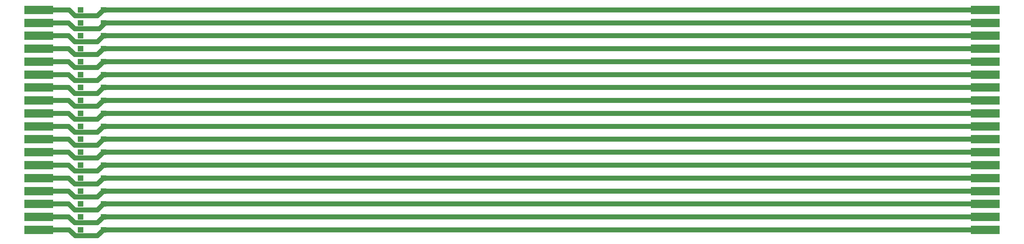
<source format=gbr>
%TF.GenerationSoftware,KiCad,Pcbnew,8.0.2*%
%TF.CreationDate,2024-05-25T20:43:41+02:00*%
%TF.ProjectId,Extender_36pin,45787465-6e64-4657-925f-333670696e2e,rev?*%
%TF.SameCoordinates,Original*%
%TF.FileFunction,Copper,L1,Top*%
%TF.FilePolarity,Positive*%
%FSLAX46Y46*%
G04 Gerber Fmt 4.6, Leading zero omitted, Abs format (unit mm)*
G04 Created by KiCad (PCBNEW 8.0.2) date 2024-05-25 20:43:41*
%MOMM*%
%LPD*%
G01*
G04 APERTURE LIST*
%TA.AperFunction,ComponentPad*%
%ADD10R,1.700000X1.700000*%
%TD*%
%TA.AperFunction,SMDPad,CuDef*%
%ADD11R,8.800000X2.600000*%
%TD*%
%TA.AperFunction,Conductor*%
%ADD12C,1.500000*%
%TD*%
G04 APERTURE END LIST*
D10*
%TO.P,J9,1,Pin_1*%
%TO.N,/H*%
X78000000Y-143240000D03*
%TD*%
%TO.P,J8,1,Pin_1*%
%TO.N,/F*%
X78000000Y-147200000D03*
%TD*%
%TO.P,J23,1,Pin_1*%
%TO.N,/3*%
X85000000Y-159080000D03*
%TD*%
%TO.P,J25,1,Pin_1*%
%TO.N,/5*%
X85000000Y-151160000D03*
%TD*%
%TO.P,J7,1,Pin_1*%
%TO.N,/E*%
X78000000Y-151160000D03*
%TD*%
%TO.P,J30,1,Pin_1*%
%TO.N,/10*%
X85000000Y-131360000D03*
%TD*%
%TO.P,J31,1,Pin_1*%
%TO.N,/11*%
X85000000Y-127400000D03*
%TD*%
%TO.P,J29,1,Pin_1*%
%TO.N,/9*%
X85000000Y-135320000D03*
%TD*%
%TO.P,J26,1,Pin_1*%
%TO.N,/6*%
X85000000Y-147200000D03*
%TD*%
D11*
%TO.P,J1,1,Pin_1*%
%TO.N,/1*%
X65220000Y-167000000D03*
%TO.P,J1,2,Pin_2*%
%TO.N,/2*%
X65220000Y-163040000D03*
%TO.P,J1,3,Pin_3*%
%TO.N,/3*%
X65220000Y-159080000D03*
%TO.P,J1,4,Pin_4*%
%TO.N,/4*%
X65220000Y-155120000D03*
%TO.P,J1,5,Pin_5*%
%TO.N,/5*%
X65220000Y-151160000D03*
%TO.P,J1,6,Pin_6*%
%TO.N,/6*%
X65220000Y-147200000D03*
%TO.P,J1,7,Pin_7*%
%TO.N,/7*%
X65220000Y-143240000D03*
%TO.P,J1,8,Pin_8*%
%TO.N,/8*%
X65220000Y-139280000D03*
%TO.P,J1,9,Pin_9*%
%TO.N,/9*%
X65220000Y-135320000D03*
%TO.P,J1,10,Pin_10*%
%TO.N,/10*%
X65220000Y-131360000D03*
%TO.P,J1,11,Pin_11*%
%TO.N,/11*%
X65220000Y-127400000D03*
%TO.P,J1,12,Pin_12*%
%TO.N,/12*%
X65220000Y-123440000D03*
%TO.P,J1,13,Pin_13*%
%TO.N,/13*%
X65220000Y-119480000D03*
%TO.P,J1,14,Pin_14*%
%TO.N,/14*%
X65220000Y-115520000D03*
%TO.P,J1,15,Pin_15*%
%TO.N,/15*%
X65220000Y-111560000D03*
%TO.P,J1,16,Pin_16*%
%TO.N,/16*%
X65220000Y-107600000D03*
%TO.P,J1,17,Pin_17*%
%TO.N,/17*%
X65220000Y-103640000D03*
%TO.P,J1,18,Pin_18*%
%TO.N,/18*%
X65220000Y-99680000D03*
%TD*%
D10*
%TO.P,J3,1,Pin_1*%
%TO.N,/A*%
X78000000Y-167000000D03*
%TD*%
%TO.P,J35,1,Pin_1*%
%TO.N,/15*%
X85000000Y-111560000D03*
%TD*%
%TO.P,J12,1,Pin_1*%
%TO.N,/L*%
X78000000Y-131360000D03*
%TD*%
%TO.P,J14,1,Pin_1*%
%TO.N,/N*%
X78000000Y-123440000D03*
%TD*%
%TO.P,J27,1,Pin_1*%
%TO.N,/7*%
X85000000Y-143240000D03*
%TD*%
%TO.P,J16,1,Pin_1*%
%TO.N,/R*%
X78000000Y-115520000D03*
%TD*%
D11*
%TO.P,J2,1,Pin_1*%
%TO.N,/1*%
X354720000Y-167000000D03*
%TO.P,J2,2,Pin_2*%
%TO.N,/2*%
X354720000Y-163040000D03*
%TO.P,J2,3,Pin_3*%
%TO.N,/3*%
X354720000Y-159080000D03*
%TO.P,J2,4,Pin_4*%
%TO.N,/4*%
X354720000Y-155120000D03*
%TO.P,J2,5,Pin_5*%
%TO.N,/5*%
X354720000Y-151160000D03*
%TO.P,J2,6,Pin_6*%
%TO.N,/6*%
X354720000Y-147200000D03*
%TO.P,J2,7,Pin_7*%
%TO.N,/7*%
X354720000Y-143240000D03*
%TO.P,J2,8,Pin_8*%
%TO.N,/8*%
X354720000Y-139280000D03*
%TO.P,J2,9,Pin_9*%
%TO.N,/9*%
X354720000Y-135320000D03*
%TO.P,J2,10,Pin_10*%
%TO.N,/10*%
X354720000Y-131360000D03*
%TO.P,J2,11,Pin_11*%
%TO.N,/11*%
X354720000Y-127400000D03*
%TO.P,J2,12,Pin_12*%
%TO.N,/12*%
X354720000Y-123440000D03*
%TO.P,J2,13,Pin_13*%
%TO.N,/13*%
X354720000Y-119480000D03*
%TO.P,J2,14,Pin_14*%
%TO.N,/14*%
X354720000Y-115520000D03*
%TO.P,J2,15,Pin_15*%
%TO.N,/15*%
X354720000Y-111560000D03*
%TO.P,J2,16,Pin_16*%
%TO.N,/16*%
X354720000Y-107600000D03*
%TO.P,J2,17,Pin_17*%
%TO.N,/17*%
X354720000Y-103640000D03*
%TO.P,J2,18,Pin_18*%
%TO.N,/18*%
X354720000Y-99680000D03*
%TD*%
D10*
%TO.P,J38,1,Pin_1*%
%TO.N,/18*%
X85000000Y-99680000D03*
%TD*%
%TO.P,J20,1,Pin_1*%
%TO.N,/V*%
X78000000Y-99680000D03*
%TD*%
%TO.P,J17,1,Pin_1*%
%TO.N,/S*%
X78000000Y-111560000D03*
%TD*%
%TO.P,J28,1,Pin_1*%
%TO.N,/8*%
X85000000Y-139280000D03*
%TD*%
%TO.P,J32,1,Pin_1*%
%TO.N,/12*%
X85000000Y-123440000D03*
%TD*%
%TO.P,J15,1,Pin_1*%
%TO.N,/P*%
X78000000Y-119480000D03*
%TD*%
%TO.P,J37,1,Pin_1*%
%TO.N,/17*%
X85000000Y-103640000D03*
%TD*%
%TO.P,J4,1,Pin_1*%
%TO.N,/B*%
X78000000Y-163040000D03*
%TD*%
%TO.P,J13,1,Pin_1*%
%TO.N,/M*%
X78000000Y-127400000D03*
%TD*%
%TO.P,J10,1,Pin_1*%
%TO.N,/J*%
X78000000Y-139280000D03*
%TD*%
%TO.P,J36,1,Pin_1*%
%TO.N,/16*%
X85000000Y-107600000D03*
%TD*%
%TO.P,J18,1,Pin_1*%
%TO.N,/T*%
X78000000Y-107600000D03*
%TD*%
%TO.P,J5,1,Pin_1*%
%TO.N,/C*%
X78000000Y-159080000D03*
%TD*%
%TO.P,J22,1,Pin_1*%
%TO.N,/2*%
X85000000Y-163040000D03*
%TD*%
%TO.P,J34,1,Pin_1*%
%TO.N,/14*%
X85000000Y-115520000D03*
%TD*%
%TO.P,J21,1,Pin_1*%
%TO.N,/1*%
X85000000Y-167000000D03*
%TD*%
%TO.P,J24,1,Pin_1*%
%TO.N,/4*%
X85000000Y-155120000D03*
%TD*%
%TO.P,J33,1,Pin_1*%
%TO.N,/13*%
X85000000Y-119480000D03*
%TD*%
%TO.P,J19,1,Pin_1*%
%TO.N,/U*%
X78000000Y-103640000D03*
%TD*%
%TO.P,J11,1,Pin_1*%
%TO.N,/K*%
X78000000Y-135320000D03*
%TD*%
%TO.P,J6,1,Pin_1*%
%TO.N,/D*%
X78000000Y-155120000D03*
%TD*%
D12*
%TO.N,/1*%
X65220000Y-167000000D02*
X74550000Y-167000000D01*
X74550000Y-167000000D02*
X76350000Y-168800000D01*
X76350000Y-168800000D02*
X83200000Y-168800000D01*
X83200000Y-168800000D02*
X85000000Y-167000000D01*
X354720000Y-167000000D02*
X85000000Y-167000000D01*
%TO.N,/17*%
X85000000Y-103640000D02*
X354720000Y-103640000D01*
%TO.N,/16*%
X354720000Y-107600000D02*
X85000000Y-107600000D01*
%TO.N,/15*%
X85000000Y-111560000D02*
X354720000Y-111560000D01*
%TO.N,/14*%
X354720000Y-115520000D02*
X85000000Y-115520000D01*
%TO.N,/13*%
X85000000Y-119480000D02*
X354720000Y-119480000D01*
%TO.N,/12*%
X354720000Y-123440000D02*
X85000000Y-123440000D01*
%TO.N,/11*%
X85000000Y-127400000D02*
X354720000Y-127400000D01*
%TO.N,/10*%
X354720000Y-131360000D02*
X85000000Y-131360000D01*
X85000000Y-131360000D02*
X83200000Y-133160000D01*
X83200000Y-133160000D02*
X76200000Y-133160000D01*
X74400000Y-131360000D02*
X65220000Y-131360000D01*
X76200000Y-133160000D02*
X74400000Y-131360000D01*
%TO.N,/9*%
X85000000Y-135320000D02*
X354720000Y-135320000D01*
%TO.N,/8*%
X354720000Y-139280000D02*
X85000000Y-139280000D01*
%TO.N,/7*%
X85000000Y-143240000D02*
X354720000Y-143240000D01*
%TO.N,/6*%
X354720000Y-147200000D02*
X85000000Y-147200000D01*
%TO.N,/5*%
X85000000Y-151160000D02*
X354720000Y-151160000D01*
%TO.N,/4*%
X354720000Y-155120000D02*
X85000000Y-155120000D01*
%TO.N,/3*%
X85000000Y-159080000D02*
X354720000Y-159080000D01*
%TO.N,/2*%
X354720000Y-163040000D02*
X85000000Y-163040000D01*
X65220000Y-163040000D02*
X74400000Y-163040000D01*
X74400000Y-163040000D02*
X76200000Y-164840000D01*
X76200000Y-164840000D02*
X83200000Y-164840000D01*
X83200000Y-164840000D02*
X85000000Y-163040000D01*
%TO.N,/3*%
X65220000Y-159080000D02*
X74400000Y-159080000D01*
X74400000Y-159080000D02*
X76200000Y-160880000D01*
X76200000Y-160880000D02*
X83200000Y-160880000D01*
X83200000Y-160880000D02*
X85000000Y-159080000D01*
%TO.N,/4*%
X65220000Y-155120000D02*
X74400000Y-155120000D01*
X74400000Y-155120000D02*
X76200000Y-156920000D01*
X76200000Y-156920000D02*
X83200000Y-156920000D01*
X83200000Y-156920000D02*
X85000000Y-155120000D01*
%TO.N,/5*%
X65220000Y-151160000D02*
X74400000Y-151160000D01*
X74400000Y-151160000D02*
X76200000Y-152960000D01*
X76200000Y-152960000D02*
X83200000Y-152960000D01*
X83200000Y-152960000D02*
X85000000Y-151160000D01*
%TO.N,/6*%
X65220000Y-147200000D02*
X74400000Y-147200000D01*
X83200000Y-149000000D02*
X85000000Y-147200000D01*
X74400000Y-147200000D02*
X76200000Y-149000000D01*
X76200000Y-149000000D02*
X83200000Y-149000000D01*
%TO.N,/7*%
X65220000Y-143240000D02*
X74400000Y-143240000D01*
X76200000Y-145040000D02*
X83200000Y-145040000D01*
X83200000Y-145040000D02*
X85000000Y-143240000D01*
X74400000Y-143240000D02*
X76200000Y-145040000D01*
%TO.N,/8*%
X65220000Y-139280000D02*
X74400000Y-139280000D01*
X76200000Y-141080000D02*
X83200000Y-141080000D01*
X74400000Y-139280000D02*
X76200000Y-141080000D01*
X83200000Y-141080000D02*
X85000000Y-139280000D01*
%TO.N,/9*%
X65220000Y-135320000D02*
X74400000Y-135320000D01*
X74400000Y-135320000D02*
X76200000Y-137120000D01*
X76200000Y-137120000D02*
X83200000Y-137120000D01*
X83200000Y-137120000D02*
X85000000Y-135320000D01*
%TO.N,/11*%
X65220000Y-127400000D02*
X74400000Y-127400000D01*
X74400000Y-127400000D02*
X76200000Y-129200000D01*
X76200000Y-129200000D02*
X83200000Y-129200000D01*
X83200000Y-129200000D02*
X85000000Y-127400000D01*
%TO.N,/12*%
X65220000Y-123440000D02*
X74400000Y-123440000D01*
X83200000Y-125240000D02*
X85000000Y-123440000D01*
X74400000Y-123440000D02*
X76200000Y-125240000D01*
X76200000Y-125240000D02*
X83200000Y-125240000D01*
%TO.N,/13*%
X65220000Y-119480000D02*
X74400000Y-119480000D01*
X76200000Y-121280000D02*
X83200000Y-121280000D01*
X74400000Y-119480000D02*
X76200000Y-121280000D01*
X83200000Y-121280000D02*
X85000000Y-119480000D01*
%TO.N,/14*%
X65220000Y-115520000D02*
X74400000Y-115520000D01*
X74400000Y-115520000D02*
X76200000Y-117320000D01*
X76200000Y-117320000D02*
X83200000Y-117320000D01*
X83200000Y-117320000D02*
X85000000Y-115520000D01*
%TO.N,/15*%
X65220000Y-111560000D02*
X74400000Y-111560000D01*
X74400000Y-111560000D02*
X76200000Y-113360000D01*
X76200000Y-113360000D02*
X83200000Y-113360000D01*
X83200000Y-113360000D02*
X85000000Y-111560000D01*
%TO.N,/16*%
X65220000Y-107600000D02*
X74400000Y-107600000D01*
X74400000Y-107600000D02*
X76200000Y-109400000D01*
X76200000Y-109400000D02*
X83200000Y-109400000D01*
X83200000Y-109400000D02*
X85000000Y-107600000D01*
%TO.N,/18*%
X85000000Y-99680000D02*
X83200000Y-101480000D01*
X83200000Y-101480000D02*
X76310000Y-101480000D01*
X76310000Y-101480000D02*
X74510000Y-99680000D01*
X74510000Y-99680000D02*
X65220000Y-99680000D01*
%TO.N,/17*%
X65220000Y-103640000D02*
X74400000Y-103640000D01*
X74400000Y-103640000D02*
X76200000Y-105440000D01*
X76200000Y-105440000D02*
X83730000Y-105440000D01*
X83730000Y-105440000D02*
X85530000Y-103640000D01*
%TO.N,/18*%
X354720000Y-99680000D02*
X85000000Y-99680000D01*
%TD*%
M02*

</source>
